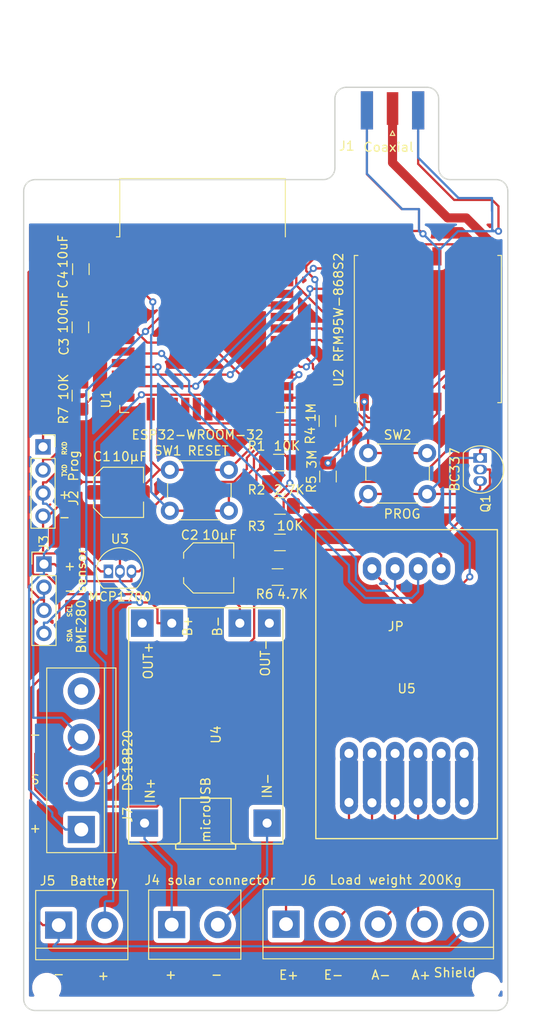
<source format=kicad_pcb>
(kicad_pcb (version 20171130) (host pcbnew "(5.1.4)-1")
  (layers (0 F.Cu signal) (31 B.Cu signal) (34 B.Paste user) (35 F.Paste user) (36 B.SilkS user) (37 F.SilkS user) (38 B.Mask user) (39 F.Mask user) (44 Edge.Cuts user))
  (net 0 "")
  (net 1 0)
  (net 2 VCC)
  (net 3 "Net-(J1-Pad1)")
  (net 4 /RXD)
  (net 5 /TXD)
  (net 6 /deepsleep)
  (net 7 /SCL)
  (net 8 /SDA)
  (net 9 /Vin-)
  (net 10 /VBAT+)
  (net 11 /DT)
  (net 12 /SLK)
  (net 13 "Net-(Q1-Pad2)")
  (net 14 "Net-(R2-Pad1)")
  (net 15 /CheckVbat+)
  (net 16 "Net-(U1-Pad12)")
  (net 17 "Net-(U1-Pad13)")
  (net 18 "Net-(U1-Pad16)")
  (net 19 "Net-(U1-Pad28)")
  (net 20 "Net-(U1-Pad29)")
  (net 21 "Net-(U1-Pad30)")
  (net 22 "Net-(U1-Pad31)")
  (net 23 "Net-(U1-Pad37)")
  (net 24 /DS18)
  (net 25 "Net-(J6-Pad4)")
  (net 26 "Net-(J6-Pad3)")
  (net 27 "Net-(J6-Pad2)")
  (net 28 "Net-(J6-Pad1)")
  (net 29 "Net-(R1-Pad2)")
  (net 30 /Prog)
  (net 31 "Net-(R7-Pad1)")
  (net 32 /Vin+)
  (module "hx711:HX711 module" (layer F.Cu) (at 105.6894 108.8644)
    (fp_text reference U5 (at 0 0.5) (layer F.SilkS))
    (fp_text value HX711)
    (fp_text user JP (at -1.18872 -6.33984) (layer F.SilkS))
    (pad 6 thru_hole oval (at -3.81 7.62) (size 2 2.54) (drill 1) (layers *.Cu *.Mask) (net 27 "Net-(J6-Pad2)"))
    (pad 6 thru_hole custom (at -3.81 13.054) (size 2 2) (drill oval 1) (layers *.Cu *.Mask) (net 27 "Net-(J6-Pad2)") (options (clearance outline) (anchor circle)) (primitives (gr_poly (pts (xy -1.016 0) (xy -1.016 -4.6101) (xy 1.016 -4.6101) (xy 1.016 0)) (width 0)) (gr_arc (start 0 0.3175) (end -0.6858 0.3175) (angle -180) (width 0.635))))
    (pad 5 thru_hole custom (at -6.35 13.0175) (size 2 2) (drill oval 1) (layers *.Cu *.Mask) (net 28 "Net-(J6-Pad1)") (options (clearance outline) (anchor circle)) (primitives (gr_poly (pts (xy -1 0) (xy -1 -4.6101) (xy 1 -4.6101) (xy 1 0)) (width 0)) (gr_arc (start 0 0.3175) (end -0.6858 0.3175) (angle -180) (width 0.635))))
    (pad 5 thru_hole oval (at -6.35 7.62) (size 2 2.54) (drill 1) (layers *.Cu *.Mask) (net 28 "Net-(J6-Pad1)"))
    (pad 1 thru_hole oval (at 3.81 -12.7) (size 2.032 2.54) (drill 1) (layers *.Cu *.Mask) (net 2 VCC))
    (pad 2 thru_hole oval (at 1.27 -12.7) (size 2.032 2.54) (drill 1) (layers *.Cu *.Mask) (net 12 /SLK))
    (pad 3 thru_hole oval (at -1.27 -12.7) (size 2.032 2.54) (drill 1) (layers *.Cu *.Mask) (net 11 /DT))
    (pad 4 thru_hole oval (at -3.81 -12.7) (size 2.032 2.54) (drill 1) (layers *.Cu *.Mask) (net 6 /deepsleep))
    (pad 8 thru_hole custom (at 1.27 13.054) (size 2 2) (drill 1) (layers *.Cu *.Mask) (net 25 "Net-(J6-Pad4)") (options (clearance outline) (anchor circle)) (primitives (gr_poly (pts (xy -1.016 0) (xy -1.016 -4.6101) (xy 1.016 -4.6101) (xy 1.016 0)) (width 0)) (gr_arc (start 0 0.3175) (end -0.6858 0.3175) (angle -180) (width 0.635))))
    (pad 9 thru_hole custom (at 3.81 13.054) (size 2 2) (drill 1) (layers *.Cu *.Mask) (options (clearance outline) (anchor circle)) (primitives (gr_poly (pts (xy -1.016 0) (xy -1.016 -4.6101) (xy 1.016 -4.6101) (xy 1.016 0)) (width 0)) (gr_arc (start 0 0.3175) (end -0.6858 0.3175) (angle -180) (width 0.635))))
    (pad 10 thru_hole custom (at 6.35 13.054) (size 2 2) (drill 1) (layers *.Cu *.Mask) (options (clearance outline) (anchor circle)) (primitives (gr_poly (pts (xy -1.016 0) (xy -1.016 -4.6101) (xy 1.016 -4.6101) (xy 1.016 0)) (width 0)) (gr_arc (start 0 0.3175) (end -0.6858 0.3175) (angle -180) (width 0.635))))
    (pad 7 thru_hole oval (at -1.27 7.62) (size 2 2.54) (drill 1) (layers *.Cu *.Mask))
    (pad 8 thru_hole oval (at 1.27 7.62) (size 2.032 2.54) (drill 1) (layers *.Cu *.Mask) (net 25 "Net-(J6-Pad4)"))
    (pad 9 thru_hole oval (at 3.81 7.62) (size 2.032 2.54) (drill 1) (layers *.Cu *.Mask))
    (pad 10 thru_hole oval (at 6.35 7.62) (size 2.032 2.54) (drill 1) (layers *.Cu *.Mask))
    (pad 7 thru_hole custom (at -1.27 13.054) (size 2 2) (drill oval 1) (layers *.Cu *.Mask) (options (clearance outline) (anchor circle)) (primitives (gr_poly (pts (xy -1.016 0) (xy -1.016 -4.6101) (xy 1.016 -4.6101) (xy 1.016 0)) (width 0)) (gr_arc (start 0 0.3175) (end -0.6858 0.3175) (angle -180) (width 0.635))))
  )
  (module TP4056:4056E_LiIon_loader_SMT (layer F.Cu) (at 83.566 113.157 90)
    (fp_text reference U4 (at -1.266 1.13 90) (layer F.SilkS))
    (fp_text value TP4056)
    (fp_text user microUSB (at -9.538 -0.014 270) (layer F.SilkS))
    (fp_text user B- (at 10.674 1.29 90) (layer F.SilkS))
    (fp_text user B+ (at 10.674 -2.012 90) (layer F.SilkS))
    (fp_text user OUT- (at 7.19 6.556 90) (layer F.SilkS))
    (fp_text user OUT+ (at 6.87 -6.348 90) (layer F.SilkS))
    (fp_text user IN- (at -6.9 6.76 90) (layer F.SilkS))
    (fp_text user IN+ (at -7.43 -6.13 90) (layer F.SilkS))
    (pad 1 thru_hole rect (at -11 -6.75 90) (size 3 3) (drill 1) (layers *.Cu *.Mask) (net 32 /Vin+))
    (pad 2 thru_hole rect (at -11 6.75 90) (size 3 3) (drill 1) (layers *.Cu *.Mask) (net 9 /Vin-))
    (pad 6 thru_hole rect (at 11 7 90) (size 3 2.5) (drill 1) (layers *.Cu *.Mask))
    (pad 5 thru_hole rect (at 11 -7 90) (size 3 2.5) (drill 1) (layers *.Cu *.Mask))
    (pad 3 thru_hole rect (at 11 -3.75 90) (size 3 2.5) (drill 1) (layers *.Cu *.Mask) (net 10 /VBAT+))
    (pad 4 thru_hole rect (at 11 3.75 90) (size 3 2.5) (drill 1) (layers *.Cu *.Mask) (net 1 0))
  )
  (module TerminalBlock:TerminalBlock_bornier-5_P5.08mm (layer F.Cu) (at 92.4052 135.2804)
    (fp_text reference J6 (at 2.4892 -4.826) (layer F.SilkS))
    (fp_text value "Load weight 200Kg" (at 12.0904 -4.8768) (layer F.SilkS))
    (pad 2 thru_hole circle (at 5.08 0) (size 3 3) (drill 1.52) (layers *.Cu *.Mask) (net 27 "Net-(J6-Pad2)"))
    (pad 3 thru_hole circle (at 10.16 0) (size 3 3) (drill 1.52) (layers *.Cu *.Mask) (net 26 "Net-(J6-Pad3)"))
    (pad 1 thru_hole rect (at 0 0) (size 3 3) (drill 1.52) (layers *.Cu *.Mask) (net 28 "Net-(J6-Pad1)"))
    (pad 4 thru_hole circle (at 15.24 0) (size 3 3) (drill 1.52) (layers *.Cu *.Mask) (net 25 "Net-(J6-Pad4)"))
    (pad 5 thru_hole circle (at 20.32 0) (size 3 3) (drill 1.52) (layers *.Cu *.Mask) (net 1 0))
  )
  (module Capacitor_SMD:C_Elec_5x5.4 (layer F.Cu) (at 73.947 87.757)
    (fp_text reference C1 (at -1.811 -3.937) (layer F.SilkS))
    (fp_text value 10µF (at 1.237 -3.937) (layer F.SilkS))
    (pad 2 smd roundrect (at 2.0625 0) (size 2.775 1.6) (layers F.Cu F.Paste F.Mask) (roundrect_rratio 0.15625) (net 1 0))
    (pad 1 smd roundrect (at -2.0625 0) (size 2.775 1.6) (layers F.Cu F.Paste F.Mask) (roundrect_rratio 0.15625) (net 10 /VBAT+))
  )
  (module Capacitor_SMD:C_Elec_5x5.4 (layer F.Cu) (at 83.8835 96.0755)
    (fp_text reference C2 (at -2.0955 -3.6195) (layer F.SilkS))
    (fp_text value 10µF (at 1.2065 -3.6195) (layer F.SilkS))
    (pad 1 smd roundrect (at -2.0625 0) (size 2.775 1.6) (layers F.Cu F.Paste F.Mask) (roundrect_rratio 0.15625) (net 2 VCC))
    (pad 2 smd roundrect (at 2.0625 0) (size 2.775 1.6) (layers F.Cu F.Paste F.Mask) (roundrect_rratio 0.15625) (net 1 0))
  )
  (module Capacitor_SMD:C_1206_3216Metric_Pad1.42x1.75mm_HandSolder (layer F.Cu) (at 69.7484 69.596 90)
    (fp_text reference C3 (at -2.1336 -1.8034 90) (layer F.SilkS))
    (fp_text value 100nF (at 1.651 -1.905 90) (layer F.SilkS))
    (pad 1 smd roundrect (at -1.4875 0 90) (size 1.425 1.75) (layers F.Cu F.Paste F.Mask) (roundrect_rratio 0.175439) (net 1 0))
    (pad 2 smd roundrect (at 1.4875 0 90) (size 1.425 1.75) (layers F.Cu F.Paste F.Mask) (roundrect_rratio 0.175439) (net 2 VCC))
  )
  (module Capacitor_SMD:C_1206_3216Metric_Pad1.42x1.75mm_HandSolder (layer F.Cu) (at 69.7992 63.1952 270)
    (fp_text reference C4 (at 1.143 1.9558 90) (layer F.SilkS))
    (fp_text value 10uF (at -1.9558 1.9812 90) (layer F.SilkS))
    (pad 2 smd roundrect (at 1.4875 0 270) (size 1.425 1.75) (layers F.Cu F.Paste F.Mask) (roundrect_rratio 0.175439) (net 2 VCC))
    (pad 1 smd roundrect (at -1.4875 0 270) (size 1.425 1.75) (layers F.Cu F.Paste F.Mask) (roundrect_rratio 0.175439) (net 1 0))
  )
  (module MountingHole:MountingHole_2.2mm_M2 (layer F.Cu) (at 100.22 55.76)
    (fp_text reference H1)
    (fp_text value MountingHole)
    (pad 1 np_thru_hole circle (at 0 0) (size 2.2 2.2) (drill 2.2) (layers *.Cu *.Mask))
  )
  (module MountingHole:MountingHole_2.2mm_M2 (layer F.Cu) (at 114.4778 142.1638)
    (fp_text reference H2)
    (fp_text value MountingHole)
    (pad 1 np_thru_hole circle (at 0 0) (size 2.2 2.2) (drill 2.2) (layers *.Cu *.Mask))
  )
  (module MountingHole:MountingHole_2.2mm_M2 (layer F.Cu) (at 66.04 142.24)
    (fp_text reference H3)
    (fp_text value MountingHole)
    (pad 1 np_thru_hole circle (at 0 0) (size 2.2 2.2) (drill 2.2) (layers *.Cu *.Mask))
  )
  (module Connector_Coaxial:SMA_Samtec_SMA-J-P-H-ST-EM1_EdgeMount (layer F.Cu) (at 104.14 45.72 90)
    (fp_text reference J1 (at -3.93 -5.04) (layer F.SilkS))
    (fp_text value Coaxial (at -4.05 -0.43 180) (layer F.SilkS))
    (pad 2 smd rect (at 0 2.825 180) (size 1.35 4.2) (layers B.Cu B.Paste B.Mask) (net 1 0))
    (pad 2 smd rect (at 0 -2.825 180) (size 1.35 4.2) (layers B.Cu B.Paste B.Mask) (net 1 0))
    (pad 2 smd rect (at 0 2.825 180) (size 1.35 4.2) (layers F.Cu F.Paste F.Mask) (net 1 0))
    (pad 2 smd rect (at 0 -2.825 180) (size 1.35 4.2) (layers F.Cu F.Paste F.Mask) (net 1 0))
    (pad 1 smd rect (at 0.2 0 180) (size 1.27 3.6) (layers F.Cu F.Paste F.Mask) (net 3 "Net-(J1-Pad1)"))
  )
  (module Connector_PinSocket_2.54mm:PinSocket_1x04_P2.54mm_Vertical (layer F.Cu) (at 65.6336 82.7532)
    (fp_text reference J2 (at 3.3664 5.6388 90) (layer F.SilkS))
    (fp_text value Prog (at 3.3664 2.0828 90) (layer F.SilkS))
    (pad 1 thru_hole rect (at 0 0) (size 1.7 1.7) (drill 1) (layers *.Cu *.Mask) (net 4 /RXD))
    (pad 2 thru_hole oval (at 0 2.54) (size 1.7 1.7) (drill 1) (layers *.Cu *.Mask) (net 5 /TXD))
    (pad 3 thru_hole oval (at 0 5.08) (size 1.7 1.7) (drill 1) (layers *.Cu *.Mask) (net 2 VCC))
    (pad 4 thru_hole oval (at 0 7.62) (size 1.7 1.7) (drill 1) (layers *.Cu *.Mask) (net 1 0))
  )
  (module Connector_PinHeader_2.54mm:PinHeader_1x04_P2.54mm_Vertical (layer F.Cu) (at 65.7352 95.6564)
    (fp_text reference J3 (at 0 -2.33 90) (layer F.SilkS))
    (fp_text value "BME280 sensor" (at 4.1148 4.0386 90) (layer F.SilkS))
    (pad 1 thru_hole rect (at 0 0) (size 1.7 1.7) (drill 1) (layers *.Cu *.Mask) (net 2 VCC))
    (pad 2 thru_hole oval (at 0 2.54) (size 1.7 1.7) (drill 1) (layers *.Cu *.Mask) (net 6 /deepsleep))
    (pad 3 thru_hole oval (at 0 5.08) (size 1.7 1.7) (drill 1) (layers *.Cu *.Mask) (net 7 /SCL))
    (pad 4 thru_hole oval (at 0 7.62) (size 1.7 1.7) (drill 1) (layers *.Cu *.Mask) (net 8 /SDA))
  )
  (module TerminalBlock:TerminalBlock_bornier-2_P5.08mm (layer F.Cu) (at 79.8068 135.3312)
    (fp_text reference J4 (at -2.1463 -4.89) (layer F.SilkS))
    (fp_text value "solar connector" (at 5.4737 -4.89) (layer F.SilkS))
    (pad 2 thru_hole circle (at 5.08 0) (size 3 3) (drill 1.52) (layers *.Cu *.Mask) (net 9 /Vin-))
    (pad 1 thru_hole rect (at 0 0) (size 3 3) (drill 1.52) (layers *.Cu *.Mask) (net 32 /Vin+))
  )
  (module TerminalBlock:TerminalBlock_bornier-2_P5.08mm (layer F.Cu) (at 67.3608 135.382)
    (fp_text reference J5 (at -1.2192 -4.8768) (layer F.SilkS))
    (fp_text value Battery (at 3.8608 -4.8768) (layer F.SilkS))
    (pad 1 thru_hole rect (at 0 0) (size 3 3) (drill 1.52) (layers *.Cu *.Mask) (net 1 0))
    (pad 2 thru_hole circle (at 5.08 0) (size 3 3) (drill 1.52) (layers *.Cu *.Mask) (net 10 /VBAT+))
  )
  (module TerminalBlock:TerminalBlock_bornier-4_P5.08mm (layer F.Cu) (at 69.85 124.8664 90)
    (fp_text reference J7 (at 1.626 5.1054 90) (layer F.SilkS))
    (fp_text value DS18B20 (at 7.6 5.1054 90) (layer F.SilkS))
    (pad 2 thru_hole circle (at 5.08 0 90) (size 3 3) (drill 1.52) (layers *.Cu *.Mask) (net 24 /DS18))
    (pad 3 thru_hole circle (at 10.16 0 90) (size 3 3) (drill 1.52) (layers *.Cu *.Mask) (net 6 /deepsleep))
    (pad 1 thru_hole rect (at 0 0 90) (size 3 3) (drill 1.52) (layers *.Cu *.Mask) (net 2 VCC))
    (pad 4 thru_hole circle (at 15.24 0 90) (size 3 3) (drill 1.52) (layers *.Cu *.Mask))
  )
  (module Package_TO_SOT_THT:TO-92_Inline (layer F.Cu) (at 113.792 83.9724 270)
    (fp_text reference Q1 (at 5.0176 -0.598 90) (layer F.SilkS))
    (fp_text value BC337 (at 1.27 2.79 90) (layer F.SilkS))
    (pad 2 thru_hole oval (at 1.27 0 270) (size 1.05 1.5) (drill 0.75) (layers *.Cu *.Mask) (net 13 "Net-(Q1-Pad2)"))
    (pad 3 thru_hole oval (at 2.54 0 270) (size 1.05 1.5) (drill 0.75) (layers *.Cu *.Mask) (net 1 0))
    (pad 1 thru_hole rect (at 0 0 270) (size 1.05 1.5) (drill 0.75) (layers *.Cu *.Mask) (net 6 /deepsleep))
  )
  (module Resistor_SMD:R_1206_3216Metric_Pad1.42x1.75mm_HandSolder (layer F.Cu) (at 91.6289 84.4804)
    (fp_text reference R1 (at -2.4749 -1.82) (layer F.SilkS))
    (fp_text value 10K (at 0.8779 -1.8288) (layer F.SilkS))
    (pad 2 smd roundrect (at 1.4875 0) (size 1.425 1.75) (layers F.Cu F.Paste F.Mask) (roundrect_rratio 0.175439) (net 29 "Net-(R1-Pad2)"))
    (pad 1 smd roundrect (at -1.4875 0) (size 1.425 1.75) (layers F.Cu F.Paste F.Mask) (roundrect_rratio 0.175439) (net 2 VCC))
  )
  (module Resistor_SMD:R_1206_3216Metric_Pad1.42x1.75mm_HandSolder (layer F.Cu) (at 91.7305 89.2556)
    (fp_text reference R2 (at -2.5765 -1.778) (layer F.SilkS))
    (fp_text value 2,7K (at 1.0303 -1.778) (layer F.SilkS))
    (pad 1 smd roundrect (at -1.4875 0) (size 1.425 1.75) (layers F.Cu F.Paste F.Mask) (roundrect_rratio 0.175439) (net 14 "Net-(R2-Pad1)"))
    (pad 2 smd roundrect (at 1.4875 0) (size 1.425 1.75) (layers F.Cu F.Paste F.Mask) (roundrect_rratio 0.175439) (net 13 "Net-(Q1-Pad2)"))
  )
  (module Resistor_SMD:R_1206_3216Metric_Pad1.42x1.75mm_HandSolder (layer F.Cu) (at 91.7305 93.2688)
    (fp_text reference R3 (at -2.5765 -1.778) (layer F.SilkS))
    (fp_text value 10K (at 1.1319 -1.8288) (layer F.SilkS))
    (pad 1 smd roundrect (at -1.4875 0) (size 1.425 1.75) (layers F.Cu F.Paste F.Mask) (roundrect_rratio 0.175439) (net 14 "Net-(R2-Pad1)"))
    (pad 2 smd roundrect (at 1.4875 0) (size 1.425 1.75) (layers F.Cu F.Paste F.Mask) (roundrect_rratio 0.175439) (net 1 0))
  )
  (module Resistor_SMD:R_1206_3216Metric_Pad1.42x1.75mm_HandSolder (layer F.Cu) (at 96.9645 79.91 90)
    (fp_text reference R4 (at -1.5986 -1.8923 90) (layer F.SilkS))
    (fp_text value 1M (at 0.9414 -1.8161 90) (layer F.SilkS))
    (pad 2 smd roundrect (at 1.4875 0 90) (size 1.425 1.75) (layers F.Cu F.Paste F.Mask) (roundrect_rratio 0.175439) (net 15 /CheckVbat+))
    (pad 1 smd roundrect (at -1.4875 0 90) (size 1.425 1.75) (layers F.Cu F.Paste F.Mask) (roundrect_rratio 0.175439) (net 10 /VBAT+))
  )
  (module Resistor_SMD:R_1206_3216Metric_Pad1.42x1.75mm_HandSolder (layer F.Cu) (at 97.028 86.0155 90)
    (fp_text reference R5 (at -0.8525 -1.8288 90) (layer F.SilkS))
    (fp_text value 3M (at 1.9161 -1.778 90) (layer F.SilkS))
    (pad 1 smd roundrect (at -1.4875 0 90) (size 1.425 1.75) (layers F.Cu F.Paste F.Mask) (roundrect_rratio 0.175439) (net 15 /CheckVbat+))
    (pad 2 smd roundrect (at 1.4875 0 90) (size 1.425 1.75) (layers F.Cu F.Paste F.Mask) (roundrect_rratio 0.175439) (net 6 /deepsleep))
  )
  (module Resistor_SMD:R_1206_3216Metric_Pad1.42x1.75mm_HandSolder (layer F.Cu) (at 91.4765 97.0788 180)
    (fp_text reference R6 (at 1.4335 -1.8796) (layer F.SilkS))
    (fp_text value 4.7K (at -1.6399 -1.8796) (layer F.SilkS))
    (pad 2 smd roundrect (at 1.4875 0 180) (size 1.425 1.75) (layers F.Cu F.Paste F.Mask) (roundrect_rratio 0.175439) (net 24 /DS18))
    (pad 1 smd roundrect (at -1.4875 0 180) (size 1.425 1.75) (layers F.Cu F.Paste F.Mask) (roundrect_rratio 0.175439) (net 2 VCC))
  )
  (module Button_Switch_THT:SW_PUSH_6mm_H5mm (layer F.Cu) (at 79.606 85.2805)
    (fp_text reference SW1 (at -0.231 -2.0955) (layer F.SilkS))
    (fp_text value RESET (at 4.214 -2.0955) (layer F.SilkS))
    (pad 1 thru_hole circle (at 6.5 0 90) (size 2 2) (drill 1.1) (layers *.Cu *.Mask) (net 1 0))
    (pad 2 thru_hole circle (at 6.5 4.5 90) (size 2 2) (drill 1.1) (layers *.Cu *.Mask) (net 29 "Net-(R1-Pad2)"))
    (pad 1 thru_hole circle (at 0 0 90) (size 2 2) (drill 1.1) (layers *.Cu *.Mask) (net 1 0))
    (pad 2 thru_hole circle (at 0 4.5 90) (size 2 2) (drill 1.1) (layers *.Cu *.Mask) (net 29 "Net-(R1-Pad2)"))
  )
  (module Button_Switch_THT:SW_PUSH_6mm_H5mm (layer F.Cu) (at 101.45 83.4348)
    (fp_text reference SW2 (at 3.25 -2) (layer F.SilkS))
    (fp_text value PROG (at 3.75 6.7) (layer F.SilkS))
    (pad 2 thru_hole circle (at 0 4.5 90) (size 2 2) (drill 1.1) (layers *.Cu *.Mask) (net 1 0))
    (pad 1 thru_hole circle (at 0 0 90) (size 2 2) (drill 1.1) (layers *.Cu *.Mask) (net 30 /Prog))
    (pad 2 thru_hole circle (at 6.5 4.5 90) (size 2 2) (drill 1.1) (layers *.Cu *.Mask) (net 1 0))
    (pad 1 thru_hole circle (at 6.5 0 90) (size 2 2) (drill 1.1) (layers *.Cu *.Mask) (net 30 /Prog))
  )
  (module esp32-wroom:ESP32-WROOM-32 (layer F.Cu) (at 83.2104 69.088)
    (fp_text reference U1 (at -10.61 8.43 90) (layer F.SilkS))
    (fp_text value ESP32-WROOM-32 (at -0.5504 12.342) (layer F.SilkS))
    (pad 38 smd rect (at 8.75 -8.255) (size 2.5 0.9) (layers F.Cu F.Paste F.Mask) (net 1 0))
    (pad 37 smd rect (at 8.75 -6.985) (size 2.5 0.9) (layers F.Cu F.Paste F.Mask) (net 23 "Net-(U1-Pad37)"))
    (pad 36 smd rect (at 8.75 -5.715) (size 2.5 0.9) (layers F.Cu F.Paste F.Mask) (net 7 /SCL))
    (pad 35 smd rect (at 8.75 -4.445) (size 2.5 0.9) (layers F.Cu F.Paste F.Mask) (net 4 /RXD))
    (pad 34 smd rect (at 8.75 -3.175) (size 2.5 0.9) (layers F.Cu F.Paste F.Mask) (net 5 /TXD))
    (pad 33 smd rect (at 8.75 -1.905) (size 2.5 0.9) (layers F.Cu F.Paste F.Mask) (net 8 /SDA))
    (pad 32 smd rect (at 8.75 -0.635) (size 2.5 0.9) (layers F.Cu F.Paste F.Mask))
    (pad 31 smd rect (at 8.75 0.635) (size 2.5 0.9) (layers F.Cu F.Paste F.Mask) (net 22 "Net-(U1-Pad31)"))
    (pad 30 smd rect (at 8.75 1.905) (size 2.5 0.9) (layers F.Cu F.Paste F.Mask) (net 21 "Net-(U1-Pad30)"))
    (pad 29 smd rect (at 8.75 3.175) (size 2.5 0.9) (layers F.Cu F.Paste F.Mask) (net 20 "Net-(U1-Pad29)"))
    (pad 28 smd rect (at 8.75 4.445) (size 2.5 0.9) (layers F.Cu F.Paste F.Mask) (net 19 "Net-(U1-Pad28)"))
    (pad 27 smd rect (at 8.75 5.715) (size 2.5 0.9) (layers F.Cu F.Paste F.Mask) (net 14 "Net-(R2-Pad1)"))
    (pad 26 smd rect (at 8.75 6.985) (size 2.5 0.9) (layers F.Cu F.Paste F.Mask))
    (pad 25 smd rect (at 8.75 8.255) (size 2.5 0.9) (layers F.Cu F.Paste F.Mask) (net 30 /Prog))
    (pad 24 smd rect (at 5.715 9.505 90) (size 2.5 0.9) (layers F.Cu F.Paste F.Mask))
    (pad 23 smd rect (at 4.445 9.505 90) (size 2.5 0.9) (layers F.Cu F.Paste F.Mask) (net 24 /DS18))
    (pad 22 smd rect (at 3.175 9.505 90) (size 2.5 0.9) (layers F.Cu F.Paste F.Mask))
    (pad 21 smd rect (at 1.905 9.505 90) (size 2.5 0.9) (layers F.Cu F.Paste F.Mask))
    (pad 20 smd rect (at 0.635 9.505 90) (size 2.5 0.9) (layers F.Cu F.Paste F.Mask))
    (pad 19 smd rect (at -0.635 9.505 90) (size 2.5 0.9) (layers F.Cu F.Paste F.Mask))
    (pad 18 smd rect (at -1.905 9.505 90) (size 2.5 0.9) (layers F.Cu F.Paste F.Mask))
    (pad 17 smd rect (at -3.175 9.505 90) (size 2.5 0.9) (layers F.Cu F.Paste F.Mask))
    (pad 16 smd rect (at -4.445 9.505 90) (size 2.5 0.9) (layers F.Cu F.Paste F.Mask) (net 18 "Net-(U1-Pad16)"))
    (pad 15 smd rect (at -5.715 9.505 90) (size 2.5 0.9) (layers F.Cu F.Paste F.Mask) (net 1 0))
    (pad 14 smd rect (at -8.75 8.255) (size 2.5 0.9) (layers F.Cu F.Paste F.Mask) (net 31 "Net-(R7-Pad1)"))
    (pad 13 smd rect (at -8.75 6.985) (size 2.5 0.9) (layers F.Cu F.Paste F.Mask) (net 17 "Net-(U1-Pad13)"))
    (pad 12 smd rect (at -8.75 5.715) (size 2.5 0.9) (layers F.Cu F.Paste F.Mask) (net 16 "Net-(U1-Pad12)"))
    (pad 11 smd rect (at -8.75 4.445) (size 2.5 0.9) (layers F.Cu F.Paste F.Mask) (net 12 /SLK))
    (pad 10 smd rect (at -8.75 3.175) (size 2.5 0.9) (layers F.Cu F.Paste F.Mask) (net 11 /DT))
    (pad 9 smd rect (at -8.75 1.905) (size 2.5 0.9) (layers F.Cu F.Paste F.Mask))
    (pad 8 smd rect (at -8.75 0.635) (size 2.5 0.9) (layers F.Cu F.Paste F.Mask) (net 15 /CheckVbat+))
    (pad 7 smd rect (at -8.75 -0.635) (size 2.5 0.9) (layers F.Cu F.Paste F.Mask))
    (pad 6 smd rect (at -8.75 -1.905) (size 2.5 0.9) (layers F.Cu F.Paste F.Mask))
    (pad 5 smd rect (at -8.75 -3.175) (size 2.5 0.9) (layers F.Cu F.Paste F.Mask))
    (pad 4 smd rect (at -8.75 -4.445) (size 2.5 0.9) (layers F.Cu F.Paste F.Mask))
    (pad 3 smd rect (at -8.75 -5.715) (size 2.5 0.9) (layers F.Cu F.Paste F.Mask) (net 29 "Net-(R1-Pad2)"))
    (pad 2 smd rect (at -8.75 -6.985) (size 2.5 0.9) (layers F.Cu F.Paste F.Mask) (net 2 VCC))
    (pad 1 smd rect (at -8.75 -8.255) (size 2.5 0.9) (layers F.Cu F.Paste F.Mask) (net 1 0))
    (pad 39 smd rect (at -1 -0.755) (size 5 5) (layers F.Cu F.Paste F.Mask))
  )
  (module RF_Module:HOPERF_RFM9XW_SMD (layer F.Cu) (at 108.03 69.7875 90)
    (fp_text reference U2 (at -5.3711 -9.8336 90) (layer F.SilkS))
    (fp_text value RFM95W-868S2 (at 2.3759 -9.8336 90) (layer F.SilkS))
    (pad 1 smd rect (at -8 -7 90) (size 2 1) (layers F.Cu F.Paste F.Mask) (net 6 /deepsleep))
    (pad 2 smd rect (at -8 -5 90) (size 2 1) (layers F.Cu F.Paste F.Mask) (net 22 "Net-(U1-Pad31)"))
    (pad 3 smd rect (at -8 -3 90) (size 2 1) (layers F.Cu F.Paste F.Mask) (net 23 "Net-(U1-Pad37)"))
    (pad 4 smd rect (at -8 -1 90) (size 2 1) (layers F.Cu F.Paste F.Mask) (net 21 "Net-(U1-Pad30)"))
    (pad 5 smd rect (at -8 1 90) (size 2 1) (layers F.Cu F.Paste F.Mask) (net 20 "Net-(U1-Pad29)"))
    (pad 6 smd rect (at -8 3 90) (size 2 1) (layers F.Cu F.Paste F.Mask) (net 18 "Net-(U1-Pad16)"))
    (pad 7 smd rect (at -8 5 90) (size 2 1) (layers F.Cu F.Paste F.Mask))
    (pad 8 smd rect (at -8 7 90) (size 2 1) (layers F.Cu F.Paste F.Mask) (net 6 /deepsleep))
    (pad 9 smd rect (at 8 7 90) (size 2 1) (layers F.Cu F.Paste F.Mask) (net 3 "Net-(J1-Pad1)"))
    (pad 10 smd rect (at 8 5 90) (size 2 1) (layers F.Cu F.Paste F.Mask) (net 6 /deepsleep))
    (pad 11 smd rect (at 8 3 90) (size 2 1) (layers F.Cu F.Paste F.Mask))
    (pad 12 smd rect (at 8 1 90) (size 2 1) (layers F.Cu F.Paste F.Mask))
    (pad 13 smd rect (at 8 -1 90) (size 2 1) (layers F.Cu F.Paste F.Mask) (net 2 VCC))
    (pad 14 smd rect (at 8 -3 90) (size 2 1) (layers F.Cu F.Paste F.Mask) (net 16 "Net-(U1-Pad12)"))
    (pad 15 smd rect (at 8 -5 90) (size 2 1) (layers F.Cu F.Paste F.Mask) (net 17 "Net-(U1-Pad13)"))
    (pad 16 smd rect (at 8 -7 90) (size 2 1) (layers F.Cu F.Paste F.Mask) (net 19 "Net-(U1-Pad28)"))
  )
  (module Package_TO_SOT_THT:TO-92_Inline (layer F.Cu) (at 72.8345 96.4565)
    (fp_text reference U3 (at 1.27 -3.56) (layer F.SilkS))
    (fp_text value MCP1700 (at 1.27 2.79) (layer F.SilkS))
    (pad 1 thru_hole rect (at 0 0) (size 1.05 1.5) (drill 0.75) (layers *.Cu *.Mask) (net 1 0))
    (pad 3 thru_hole oval (at 2.54 0) (size 1.05 1.5) (drill 0.75) (layers *.Cu *.Mask) (net 2 VCC))
    (pad 2 thru_hole oval (at 1.27 0) (size 1.05 1.5) (drill 0.75) (layers *.Cu *.Mask) (net 10 /VBAT+))
  )
  (module Resistor_SMD:R_1206_3216Metric_Pad1.42x1.75mm_HandSolder (layer F.Cu) (at 69.7484 77.1144 90)
    (fp_text reference R7 (at -2.1756 -1.8684 90) (layer F.SilkS))
    (fp_text value 10K (at 0.9652 -1.8542 90) (layer F.SilkS))
    (pad 1 smd roundrect (at -1.4875 0 90) (size 1.425 1.75) (layers F.Cu F.Paste F.Mask) (roundrect_rratio 0.175439) (net 31 "Net-(R7-Pad1)"))
    (pad 2 smd roundrect (at 1.4875 0 90) (size 1.425 1.75) (layers F.Cu F.Paste F.Mask) (roundrect_rratio 0.175439) (net 1 0))
  )
  (gr_line (start 64.77 53.34) (end 96.52 53.34) (layer Edge.Cuts) (width 0.15))
  (gr_arc (start 96.52 52.07) (end 96.52 53.34) (angle -90) (layer Edge.Cuts) (width 0.15))
  (gr_line (start 97.79 44.45) (end 97.79 52.07) (layer Edge.Cuts) (width 0.15))
  (gr_arc (start 99.06 44.45) (end 99.06 43.18) (angle -90) (layer Edge.Cuts) (width 0.15))
  (gr_line (start 107.95 43.18) (end 99.06 43.18) (layer Edge.Cuts) (width 0.15))
  (gr_arc (start 107.95 44.45) (end 109.22 44.45) (angle -90) (layer Edge.Cuts) (width 0.15))
  (gr_line (start 109.22 52.07) (end 109.22 44.45) (layer Edge.Cuts) (width 0.15))
  (gr_arc (start 110.49 52.07) (end 109.22 52.07) (angle -90) (layer Edge.Cuts) (width 0.15))
  (gr_line (start 115.57 53.34) (end 110.49 53.34) (layer Edge.Cuts) (width 0.15))
  (gr_line (start 64.77 144.78) (end 115.57 144.78) (layer Edge.Cuts) (width 0.15))
  (gr_text RXD (at 68 82.9056 90) (layer F.SilkS) (effects (font (size 0.5 0.5) (thickness 0.125))))
  (gr_text TXD (at 68 85.344 90) (layer F.SilkS) (effects (font (size 0.5 0.5) (thickness 0.125))))
  (gr_text + (at 68 87.9856) (layer F.SilkS) (effects (font (size 1 1))))
  (gr_text - (at 68 90.4748) (layer F.SilkS) (effects (font (size 1 1))))
  (gr_text + (at 68.58 95.8596) (layer F.SilkS) (effects (font (size 1 1))))
  (gr_text - (at 68.58 98.552) (layer F.SilkS) (effects (font (size 1 1))))
  (gr_text SCL (at 68.58 100.7872 90) (layer F.SilkS) (effects (font (size 0.5 0.5) (thickness 0.125))))
  (gr_text SDA (at 68.58 103.505 90) (layer F.SilkS) (effects (font (size 0.5 0.5) (thickness 0.125))))
  (gr_text S (at 64.77 119.38) (layer F.SilkS) (effects (font (size 1 1))))
  (gr_text - (at 64.77 114.4016) (layer F.SilkS) (effects (font (size 1 1))))
  (gr_text + (at 64.77 124.714) (layer F.SilkS) (effects (font (size 1 1))))
  (gr_text Shield (at 110.998 140.6144) (layer F.SilkS) (effects (font (size 1 1))))
  (gr_text A+ (at 107.2896 140.8684) (layer F.SilkS) (effects (font (size 1 1))))
  (gr_text A- (at 102.87 140.8684) (layer F.SilkS) (effects (font (size 1 1))))
  (gr_text E- (at 97.6376 140.8684) (layer F.SilkS) (effects (font (size 1 1))))
  (gr_text E+ (at 92.71 140.88) (layer F.SilkS) (effects (font (size 1 1))))
  (gr_text + (at 79.7052 140.8176) (layer F.SilkS) (effects (font (size 1 1))))
  (gr_text - (at 84.76 140.82) (layer F.SilkS) (effects (font (size 1 1))))
  (gr_text - (at 67.3608 140.7668) (layer F.SilkS) (effects (font (size 1 1))))
  (gr_text + (at 72.28 140.94) (layer F.SilkS) (effects (font (size 1 1))))
  (gr_line (start 116.84 143.51) (end 116.84 54.61) (layer Edge.Cuts) (width 0.15))
  (gr_line (start 63.5 54.61) (end 63.5 143.51) (layer Edge.Cuts) (width 0.15))
  (gr_arc (start 64.77 143.51) (end 63.5 143.51) (angle -90) (layer Edge.Cuts) (width 0.15))
  (gr_arc (start 115.57 143.51) (end 115.57 144.78) (angle -90) (layer Edge.Cuts) (width 0.15))
  (gr_arc (start 115.57 54.61) (end 116.84 54.61) (angle -90) (layer Edge.Cuts) (width 0.15))
  (gr_arc (start 64.77 54.61) (end 64.77 53.34) (angle -90) (layer Edge.Cuts) (width 0.15))
  (segment (start 109.2826 61.0883) (end 107.4963 59.302) (width 0.25) (layer B.Cu) (net 1))
  (segment (start 107.95 87.9348) (end 109.2826 86.6022) (width 0.25) (layer B.Cu) (net 1))
  (segment (start 109.2826 86.6022) (end 109.2826 61.0883) (width 0.25) (layer B.Cu) (net 1))
  (segment (start 107.4963 59.302) (end 107.3405 59.302) (width 0.25) (layer B.Cu) (net 1))
  (segment (start 107.3405 59.302) (end 107.055 59.0165) (width 0.25) (layer B.Cu) (net 1))
  (segment (start 107.055 58.9935) (end 107.1878 58.9935) (width 0.25) (layer F.Cu) (net 1))
  (segment (start 107.1878 58.9935) (end 107.4963 59.302) (width 0.25) (layer F.Cu) (net 1))
  (segment (start 113.792 86.5124) (end 113.792 87.3627) (width 0.25) (layer F.Cu) (net 1))
  (segment (start 107.95 87.9348) (end 113.2199 87.9348) (width 0.25) (layer F.Cu) (net 1))
  (segment (start 113.2199 87.9348) (end 113.792 87.3627) (width 0.25) (layer F.Cu) (net 1))
  (segment (start 101.45 87.9348) (end 107.95 87.9348) (width 0.25) (layer F.Cu) (net 1))
  (segment (start 91.9604 60.833) (end 93.5357 60.833) (width 0.25) (layer F.Cu) (net 1))
  (segment (start 107.055 58.9935) (end 95.3752 58.9935) (width 0.25) (layer F.Cu) (net 1))
  (segment (start 95.3752 58.9935) (end 93.5357 60.833) (width 0.25) (layer F.Cu) (net 1))
  (segment (start 69.7484 71.0835) (end 71.0413 69.7906) (width 0.25) (layer F.Cu) (net 1))
  (segment (start 71.0413 69.7906) (end 71.0413 62.9498) (width 0.25) (layer F.Cu) (net 1))
  (segment (start 71.0413 62.9498) (end 70.9048 62.8133) (width 0.25) (layer F.Cu) (net 1))
  (segment (start 70.9048 62.8133) (end 69.7992 61.7077) (width 0.25) (layer F.Cu) (net 1))
  (segment (start 70.9048 62.8133) (end 72.8851 60.833) (width 0.25) (layer F.Cu) (net 1))
  (segment (start 74.4604 60.833) (end 72.8851 60.833) (width 0.25) (layer F.Cu) (net 1))
  (segment (start 69.7484 75.6269) (end 69.7484 71.0835) (width 0.25) (layer F.Cu) (net 1))
  (segment (start 69.9761 86.6183) (end 74.8708 86.6183) (width 0.25) (layer F.Cu) (net 1))
  (segment (start 74.8708 86.6183) (end 76.0095 87.757) (width 0.25) (layer F.Cu) (net 1))
  (segment (start 65.6336 90.9608) (end 69.9761 86.6183) (width 0.25) (layer F.Cu) (net 1))
  (segment (start 69.9761 86.6183) (end 68.547 85.1892) (width 0.25) (layer F.Cu) (net 1))
  (segment (start 68.547 85.1892) (end 68.547 76.8283) (width 0.25) (layer F.Cu) (net 1))
  (segment (start 68.547 76.8283) (end 69.7484 75.6269) (width 0.25) (layer F.Cu) (net 1))
  (segment (start 65.6336 90.9608) (end 65.6336 91.5485) (width 0.25) (layer F.Cu) (net 1))
  (segment (start 65.6336 90.3732) (end 65.6336 90.9608) (width 0.25) (layer F.Cu) (net 1))
  (segment (start 94.5752 87.6177) (end 95.9497 88.9922) (width 0.25) (layer F.Cu) (net 1))
  (segment (start 95.9497 88.9922) (end 100.3926 88.9922) (width 0.25) (layer F.Cu) (net 1))
  (segment (start 100.3926 88.9922) (end 101.45 87.9348) (width 0.25) (layer F.Cu) (net 1))
  (segment (start 93.218 93.2688) (end 92.1439 92.1947) (width 0.25) (layer F.Cu) (net 1))
  (segment (start 92.1439 92.1947) (end 92.1439 88.4235) (width 0.25) (layer F.Cu) (net 1))
  (segment (start 92.1439 88.4235) (end 92.9497 87.6177) (width 0.25) (layer F.Cu) (net 1))
  (segment (start 92.9497 87.6177) (end 94.5752 87.6177) (width 0.25) (layer F.Cu) (net 1))
  (segment (start 79.606 85.2805) (end 86.106 85.2805) (width 0.25) (layer F.Cu) (net 1))
  (segment (start 67.4343 98.9617) (end 67.4343 98.2218) (width 0.25) (layer F.Cu) (net 1))
  (segment (start 67.4343 98.2218) (end 66.0443 96.8318) (width 0.25) (layer F.Cu) (net 1))
  (segment (start 66.0443 96.8318) (end 64.6667 96.8318) (width 0.25) (layer F.Cu) (net 1))
  (segment (start 64.6667 96.8318) (end 64.5104 96.6755) (width 0.25) (layer F.Cu) (net 1))
  (segment (start 64.5104 96.6755) (end 64.5104 94.6214) (width 0.25) (layer F.Cu) (net 1))
  (segment (start 64.5104 94.6214) (end 64.6508 94.481) (width 0.25) (layer F.Cu) (net 1))
  (segment (start 64.6508 94.481) (end 65.6336 94.481) (width 0.25) (layer F.Cu) (net 1))
  (segment (start 64.3093 133.2357) (end 64.3093 109.2756) (width 0.25) (layer F.Cu) (net 1))
  (segment (start 64.3093 109.2756) (end 67.4343 106.1506) (width 0.25) (layer F.Cu) (net 1))
  (segment (start 67.4343 106.1506) (end 67.4343 98.9617) (width 0.25) (layer F.Cu) (net 1))
  (segment (start 67.4343 98.9617) (end 85.946 98.9617) (width 0.25) (layer F.Cu) (net 1))
  (segment (start 85.946 98.9617) (end 85.946 96.0755) (width 0.25) (layer F.Cu) (net 1))
  (segment (start 87.316 100.3317) (end 85.946 98.9617) (width 0.25) (layer F.Cu) (net 1))
  (segment (start 87.316 102.157) (end 87.316 100.3317) (width 0.25) (layer F.Cu) (net 1))
  (segment (start 107.055 56.5912) (end 107.055 58.9935) (width 0.25) (layer F.Cu) (net 1))
  (segment (start 72.8345 96.4565) (end 71.9842 96.4565) (width 0.25) (layer F.Cu) (net 1))
  (segment (start 71.9842 96.4565) (end 70.0087 94.481) (width 0.25) (layer F.Cu) (net 1))
  (segment (start 70.0087 94.481) (end 65.6336 94.481) (width 0.25) (layer F.Cu) (net 1))
  (segment (start 65.6336 94.481) (end 65.6336 91.5485) (width 0.25) (layer F.Cu) (net 1))
  (segment (start 78.486 85.2805) (end 76.0095 87.757) (width 0.25) (layer F.Cu) (net 1))
  (segment (start 79.606 85.2805) (end 78.486 85.2805) (width 0.25) (layer F.Cu) (net 1))
  (segment (start 77.4954 78.593) (end 77.4954 84.2899) (width 0.25) (layer F.Cu) (net 1))
  (segment (start 77.4954 84.2899) (end 78.486 85.2805) (width 0.25) (layer F.Cu) (net 1))
  (segment (start 107.055 56.5912) (end 107.055 59.0165) (width 0.25) (layer B.Cu) (net 1))
  (via (at 107.4963 59.302) (size 0.8) (layers F.Cu B.Cu) (net 1))
  (segment (start 115.093 56.797) (end 115.093 55.372) (width 0.25) (layer B.Cu) (net 1))
  (segment (start 109.2826 61.0883) (end 111.3544 59.0165) (width 0.25) (layer B.Cu) (net 1))
  (segment (start 64.3093 133.2357) (end 64.6684 133.5948) (width 0.25) (layer F.Cu) (net 1))
  (segment (start 111.3544 59.0165) (end 114.7449 59.0165) (width 0.25) (layer B.Cu) (net 1))
  (via (at 115.8117 59.0165) (size 0.8) (drill 0.4) (layers F.Cu B.Cu) (net 1))
  (segment (start 115.1184 58.832) (end 115.1184 55.5752) (width 0.25) (layer B.Cu) (net 1))
  (segment (start 115.3029 59.0165) (end 115.1184 58.832) (width 0.25) (layer B.Cu) (net 1))
  (segment (start 115.3029 59.0165) (end 115.8117 59.0165) (width 0.25) (layer B.Cu) (net 1))
  (segment (start 114.7449 59.0165) (end 115.3029 59.0165) (width 0.25) (layer B.Cu) (net 1))
  (segment (start 65.6108 135.382) (end 67.3608 135.382) (width 0.25) (layer F.Cu) (net 1))
  (segment (start 64.6684 134.4396) (end 65.6108 135.382) (width 0.25) (layer F.Cu) (net 1))
  (segment (start 64.6684 133.5948) (end 64.6684 134.4396) (width 0.25) (layer F.Cu) (net 1))
  (segment (start 67.3608 137.132) (end 67.3608 135.382) (width 0.25) (layer B.Cu) (net 1))
  (segment (start 66.7775 137.7153) (end 67.3608 137.132) (width 0.25) (layer B.Cu) (net 1))
  (segment (start 110.2903 137.7153) (end 66.7775 137.7153) (width 0.25) (layer B.Cu) (net 1))
  (segment (start 112.7252 135.2804) (end 110.2903 137.7153) (width 0.25) (layer B.Cu) (net 1))
  (segment (start 107.055 56.5912) (end 105.1612 56.5912) (width 0.25) (layer F.Cu) (net 1))
  (segment (start 101.315 52.745) (end 101.315 45.72) (width 0.25) (layer F.Cu) (net 1))
  (segment (start 105.1612 56.5912) (end 101.315 52.745) (width 0.25) (layer F.Cu) (net 1))
  (segment (start 107.055 56.5912) (end 105.2112 56.5912) (width 0.25) (layer B.Cu) (net 1))
  (segment (start 101.315 52.695) (end 101.315 45.72) (width 0.25) (layer B.Cu) (net 1))
  (segment (start 105.2112 56.5912) (end 101.315 52.695) (width 0.25) (layer B.Cu) (net 1))
  (segment (start 106.965 51.615) (end 106.965 45.72) (width 0.25) (layer F.Cu) (net 1))
  (segment (start 110.9252 55.5752) (end 106.965 51.615) (width 0.25) (layer F.Cu) (net 1))
  (segment (start 115.1184 55.5752) (end 110.9252 55.5752) (width 0.25) (layer F.Cu) (net 1))
  (segment (start 115.8117 59.0165) (end 115.8117 56.2685) (width 0.25) (layer F.Cu) (net 1))
  (segment (start 115.8117 56.2685) (end 115.1184 55.5752) (width 0.25) (layer F.Cu) (net 1))
  (segment (start 106.965 48.07) (end 106.965 45.72) (width 0.25) (layer B.Cu) (net 1))
  (segment (start 106.965 50.921618) (end 106.965 48.07) (width 0.25) (layer B.Cu) (net 1))
  (segment (start 111.415382 55.372) (end 106.965 50.921618) (width 0.25) (layer B.Cu) (net 1))
  (segment (start 115.093 55.372) (end 111.415382 55.372) (width 0.25) (layer B.Cu) (net 1))
  (segment (start 91.0714 80.3151) (end 86.106 85.2805) (width 0.25) (layer F.Cu) (net 1))
  (segment (start 97.8111 80.3151) (end 91.0714 80.3151) (width 0.25) (layer F.Cu) (net 1))
  (segment (start 94.5752 83.5048) (end 95.02 83.06) (width 0.25) (layer F.Cu) (net 1))
  (segment (start 94.5752 87.6177) (end 94.5752 83.5048) (width 0.25) (layer F.Cu) (net 1))
  (segment (start 95.02 83.06) (end 98.13 83.06) (width 0.25) (layer F.Cu) (net 1))
  (segment (start 98.13 83.06) (end 98.18319 83.00681) (width 0.25) (layer F.Cu) (net 1))
  (segment (start 98.18319 83.00681) (end 98.18319 80.68719) (width 0.25) (layer F.Cu) (net 1))
  (segment (start 98.18319 80.68719) (end 97.8111 80.3151) (width 0.25) (layer F.Cu) (net 1))
  (segment (start 65.6336 87.8332) (end 65.6336 86.6579) (width 0.25) (layer F.Cu) (net 2))
  (segment (start 65.6336 86.6579) (end 66.0009 86.6579) (width 0.25) (layer F.Cu) (net 2))
  (segment (start 66.0009 86.6579) (end 67.969 84.6898) (width 0.25) (layer F.Cu) (net 2))
  (segment (start 67.969 84.6898) (end 67.969 69.8879) (width 0.25) (layer F.Cu) (net 2))
  (segment (start 67.969 69.8879) (end 69.7484 68.1085) (width 0.25) (layer F.Cu) (net 2))
  (segment (start 108.3632 94.0671) (end 115.8663 86.564) (width 0.25) (layer F.Cu) (net 2))
  (segment (start 115.8663 86.564) (end 115.8663 75.5176) (width 0.25) (layer F.Cu) (net 2))
  (segment (start 115.8663 75.5176) (end 114.2046 73.8559) (width 0.25) (layer F.Cu) (net 2))
  (segment (start 114.2046 73.8559) (end 114.2046 60.9889) (width 0.25) (layer F.Cu) (net 2))
  (segment (start 114.2046 60.9889) (end 113.6779 60.4622) (width 0.25) (layer F.Cu) (net 2))
  (segment (start 113.6779 60.4622) (end 107.03 60.4622) (width 0.25) (layer F.Cu) (net 2))
  (segment (start 69.7992 64.6827) (end 68.582 63.4655) (width 0.25) (layer F.Cu) (net 2))
  (segment (start 68.582 63.4655) (end 68.582 60.988) (width 0.25) (layer F.Cu) (net 2))
  (segment (start 68.582 60.988) (end 69.5325 60.0375) (width 0.25) (layer F.Cu) (net 2))
  (segment (start 69.5325 60.0375) (end 75.825 60.0375) (width 0.25) (layer F.Cu) (net 2))
  (segment (start 75.825 60.0375) (end 76.0357 60.2482) (width 0.25) (layer F.Cu) (net 2))
  (segment (start 76.0357 60.2482) (end 76.0357 62.103) (width 0.25) (layer F.Cu) (net 2))
  (segment (start 81.821 96.0755) (end 76.6058 96.0755) (width 0.25) (layer F.Cu) (net 2))
  (segment (start 76.6058 96.0755) (end 76.2248 96.4565) (width 0.25) (layer F.Cu) (net 2))
  (segment (start 89.1421 94.6541) (end 83.2424 94.6541) (width 0.25) (layer F.Cu) (net 2))
  (segment (start 83.2424 94.6541) (end 81.821 96.0755) (width 0.25) (layer F.Cu) (net 2))
  (segment (start 75.3745 96.4565) (end 76.2248 96.4565) (width 0.25) (layer F.Cu) (net 2))
  (segment (start 69.7992 64.6827) (end 69.7992 68.0577) (width 0.25) (layer F.Cu) (net 2))
  (segment (start 69.7992 68.0577) (end 69.7484 68.1085) (width 0.25) (layer F.Cu) (net 2))
  (segment (start 74.4604 62.103) (end 76.0357 62.103) (width 0.25) (layer F.Cu) (net 2))
  (segment (start 92.964 97.0788) (end 90.5393 94.6541) (width 0.25) (layer F.Cu) (net 2))
  (segment (start 90.5393 94.6541) (end 89.1421 94.6541) (width 0.25) (layer F.Cu) (net 2))
  (segment (start 90.1414 84.4804) (end 89.1421 85.4797) (width 0.25) (layer F.Cu) (net 2))
  (segment (start 89.1421 85.4797) (end 89.1421 94.6541) (width 0.25) (layer F.Cu) (net 2))
  (segment (start 107.03 61.7875) (end 107.03 60.4622) (width 0.25) (layer F.Cu) (net 2))
  (segment (start 65.7352 95.6564) (end 66.9105 95.6564) (width 0.25) (layer F.Cu) (net 2))
  (segment (start 75.3745 96.4565) (end 75.3745 97.5318) (width 0.25) (layer F.Cu) (net 2))
  (segment (start 75.3745 97.5318) (end 68.7859 97.5318) (width 0.25) (layer F.Cu) (net 2))
  (segment (start 68.7859 97.5318) (end 66.9105 95.6564) (width 0.25) (layer F.Cu) (net 2))
  (segment (start 65.6336 87.8332) (end 65.6336 89.0085) (width 0.25) (layer B.Cu) (net 2))
  (segment (start 65.7352 95.6564) (end 65.7352 94.4811) (width 0.25) (layer B.Cu) (net 2))
  (segment (start 65.7352 94.4811) (end 66.8089 93.4074) (width 0.25) (layer B.Cu) (net 2))
  (segment (start 66.8089 93.4074) (end 66.8089 89.8164) (width 0.25) (layer B.Cu) (net 2))
  (segment (start 66.8089 89.8164) (end 66.001 89.0085) (width 0.25) (layer B.Cu) (net 2))
  (segment (start 66.001 89.0085) (end 65.6336 89.0085) (width 0.25) (layer B.Cu) (net 2))
  (segment (start 93.7765 97.0788) (end 96.7737 94.0816) (width 0.25) (layer F.Cu) (net 2))
  (segment (start 92.964 97.0788) (end 93.7765 97.0788) (width 0.25) (layer F.Cu) (net 2))
  (segment (start 103.7046 94.0816) (end 103.7191 94.0671) (width 0.25) (layer F.Cu) (net 2))
  (segment (start 96.7737 94.0816) (end 103.7046 94.0816) (width 0.25) (layer F.Cu) (net 2))
  (segment (start 103.6514 94.0671) (end 103.7191 94.0671) (width 0.25) (layer F.Cu) (net 2))
  (segment (start 103.7191 94.0671) (end 108.3632 94.0671) (width 0.25) (layer F.Cu) (net 2))
  (segment (start 109.4994 94.6444) (end 109.4994 96.1644) (width 0.25) (layer F.Cu) (net 2))
  (segment (start 108.9221 94.0671) (end 109.4994 94.6444) (width 0.25) (layer F.Cu) (net 2))
  (segment (start 108.3632 94.0671) (end 108.9221 94.0671) (width 0.25) (layer F.Cu) (net 2))
  (segment (start 65.7352 95.6564) (end 65.7352 96.8317) (width 0.25) (layer B.Cu) (net 2))
  (segment (start 65.7352 96.8317) (end 65.3678 96.8317) (width 0.25) (layer B.Cu) (net 2))
  (segment (start 65.3678 96.8317) (end 64.1037 98.0958) (width 0.25) (layer B.Cu) (net 2))
  (segment (start 64.1037 98.0958) (end 64.1037 120.4448) (width 0.25) (layer B.Cu) (net 2))
  (segment (start 64.1037 120.4448) (end 66.6496 122.9907) (width 0.25) (layer B.Cu) (net 2))
  (segment (start 68.1 124.8664) (end 69.85 124.8664) (width 0.25) (layer B.Cu) (net 2))
  (segment (start 66.6496 123.416) (end 68.1 124.8664) (width 0.25) (layer B.Cu) (net 2))
  (segment (start 66.6496 122.9907) (end 66.6496 123.416) (width 0.25) (layer B.Cu) (net 2))
  (segment (start 115.03 61.17789) (end 115.06 61.14789) (width 0.25) (layer F.Cu) (net 3))
  (segment (start 115.03 61.7875) (end 115.03 61.17789) (width 0.25) (layer F.Cu) (net 3))
  (segment (start 115.06 61.14789) (end 115.06 60.35) (width 1) (layer F.Cu) (net 3))
  (segment (start 115.06 60.35) (end 112.268 57.558) (width 1) (layer F.Cu) (net 3))
  (segment (start 104.14 51.48) (end 104.14 45.52) (width 1) (layer F.Cu) (net 3))
  (segment (start 112.268 57.558) (end 110.218 57.558) (width 1) (layer F.Cu) (net 3))
  (segment (start 110.218 57.558) (end 104.14 51.48) (width 1) (layer F.Cu) (net 3))
  (segment (start 65.6336 82.7532) (end 65.6336 62.6138) (width 0.25) (layer F.Cu) (net 4))
  (segment (start 65.6336 62.6138) (end 69.1107 59.1367) (width 0.25) (layer F.Cu) (net 4))
  (segment (start 69.1107 59.1367) (end 84.6153 59.1367) (width 0.25) (layer F.Cu) (net 4))
  (segment (start 84.6153 59.1367) (end 90.1216 64.643) (width 0.25) (layer F.Cu) (net 4))
  (segment (start 90.1216 64.643) (end 91.9604 64.643) (width 0.25) (layer F.Cu) (net 4))
  (segment (start 65.6336 84.1179) (end 66.4417 84.1179) (width 0.25) (layer F.Cu) (net 5))
  (segment (start 66.4417 84.1179) (end 67.2591 83.3005) (width 0.25) (layer F.Cu) (net 5))
  (segment (start 67.2591 83.3005) (end 67.2591 61.6252) (width 0.25) (layer F.Cu) (net 5))
  (segment (start 67.2591 61.6252) (end 69.2972 59.5871) (width 0.25) (layer F.Cu) (net 5))
  (segment (start 69.2972 59.5871) (end 84.0592 59.5871) (width 0.25) (layer F.Cu) (net 5))
  (segment (start 84.0592 59.5871) (end 90.3851 65.913) (width 0.25) (layer F.Cu) (net 5))
  (segment (start 65.6336 85.2932) (end 65.6336 84.1179) (width 0.25) (layer F.Cu) (net 5))
  (segment (start 91.9604 65.913) (end 90.3851 65.913) (width 0.25) (layer F.Cu) (net 5))
  (segment (start 102.229 97.0788) (end 102.229 95.4895) (width 0.25) (layer F.Cu) (net 6))
  (segment (start 102.229 97.1837) (end 102.229 97.0788) (width 0.25) (layer F.Cu) (net 6))
  (segment (start 113.03 74.9369) (end 109.9001 74.9369) (width 0.25) (layer F.Cu) (net 6))
  (segment (start 109.9001 74.9369) (end 108.1293 76.7077) (width 0.25) (layer F.Cu) (net 6))
  (segment (start 108.1293 76.7077) (end 108.1293 78.6677) (width 0.25) (layer F.Cu) (net 6))
  (segment (start 108.1293 78.6677) (end 107.2339 79.5631) (width 0.25) (layer F.Cu) (net 6))
  (segment (start 107.2339 79.5631) (end 101.4803 79.5631) (width 0.25) (layer F.Cu) (net 6))
  (segment (start 101.4803 79.5631) (end 101.03 79.1128) (width 0.25) (layer F.Cu) (net 6))
  (segment (start 115.03 76.4622) (end 113.5047 74.9369) (width 0.25) (layer F.Cu) (net 6))
  (segment (start 113.5047 74.9369) (end 113.03 74.9369) (width 0.25) (layer F.Cu) (net 6))
  (segment (start 113.03 74.9369) (end 113.03 61.7875) (width 0.25) (layer F.Cu) (net 6))
  (segment (start 101.03 77.7875) (end 101.03 79.1128) (width 0.25) (layer F.Cu) (net 6))
  (segment (start 115.03 77.7875) (end 115.03 76.4622) (width 0.25) (layer F.Cu) (net 6))
  (segment (start 115.03 77.7875) (end 115.03 81.8841) (width 0.25) (layer F.Cu) (net 6))
  (segment (start 115.03 81.8841) (end 113.792 83.1221) (width 0.25) (layer F.Cu) (net 6))
  (segment (start 113.792 83.9724) (end 112.7167 83.9724) (width 0.25) (layer B.Cu) (net 6))
  (segment (start 113.792 83.9724) (end 113.792 83.1221) (width 0.25) (layer F.Cu) (net 6))
  (segment (start 112.7167 83.9724) (end 110.4646 83.9724) (width 0.25) (layer B.Cu) (net 6))
  (segment (start 110.4646 83.9724) (end 110.4646 91.1098) (width 0.25) (layer B.Cu) (net 6))
  (segment (start 110.4646 91.1098) (end 112.649 93.2942) (width 0.25) (layer B.Cu) (net 6))
  (segment (start 112.649 93.2942) (end 112.649 97.0534) (width 0.25) (layer B.Cu) (net 6))
  (via (at 112.649 97.0534) (size 0.8) (drill 0.4) (layers F.Cu B.Cu) (net 6))
  (segment (start 112.5634 97.1226) (end 107.2814 102.4046) (width 0.25) (layer F.Cu) (net 6))
  (segment (start 101.8794 96.4184) (end 101.8794 96.1644) (width 0.25) (layer F.Cu) (net 6))
  (segment (start 107.2814 102.4046) (end 107.2814 101.8204) (width 0.25) (layer F.Cu) (net 6))
  (segment (start 107.2814 101.8204) (end 101.8794 96.4184) (width 0.25) (layer F.Cu) (net 6))
  (segment (start 67.7099 112.5663) (end 69.85 114.7064) (width 0.25) (layer B.Cu) (net 6))
  (segment (start 64.5599 112.5663) (end 67.7099 112.5663) (width 0.25) (layer B.Cu) (net 6))
  (segment (start 64.5599 100.1796) (end 64.5599 112.5663) (width 0.25) (layer B.Cu) (net 6))
  (segment (start 65.3678 99.3717) (end 64.5599 100.1796) (width 0.25) (layer B.Cu) (net 6))
  (segment (start 65.7352 98.1964) (end 65.7352 99.3717) (width 0.25) (layer B.Cu) (net 6))
  (segment (start 65.7352 99.3717) (end 65.3678 99.3717) (width 0.25) (layer B.Cu) (net 6))
  (segment (start 68.0351 116.5213) (end 69.85 114.7064) (width 0.25) (layer F.Cu) (net 6))
  (segment (start 64.7843 116.5213) (end 68.0351 116.5213) (width 0.25) (layer F.Cu) (net 6))
  (segment (start 64.7843 120.4558) (end 64.7843 116.5213) (width 0.25) (layer F.Cu) (net 6))
  (segment (start 65.8899 121.5614) (end 64.7843 120.4558) (width 0.25) (layer F.Cu) (net 6))
  (segment (start 107.2814 102.4046) (end 88.1246 121.5614) (width 0.25) (layer F.Cu) (net 6))
  (segment (start 65.8899 121.5614) (end 67.0614 121.5614) (width 0.25) (layer F.Cu) (net 6))
  (segment (start 67.831999 122.331999) (end 78.168001 122.331999) (width 0.25) (layer F.Cu) (net 6))
  (segment (start 67.0614 121.5614) (end 67.831999 122.331999) (width 0.25) (layer F.Cu) (net 6))
  (segment (start 78.168001 122.331999) (end 79 121.5) (width 0.25) (layer F.Cu) (net 6))
  (segment (start 79.0614 121.5614) (end 79 121.5) (width 0.25) (layer F.Cu) (net 6))
  (segment (start 88.1246 121.5614) (end 79.0614 121.5614) (width 0.25) (layer F.Cu) (net 6))
  (via (at 97.028 84.528) (size 0.8) (drill 0.4) (layers F.Cu B.Cu) (net 6))
  (via (at 101.03 77.7875) (size 0.8) (drill 0.4) (layers F.Cu B.Cu) (net 6))
  (segment (start 101.03 80.526) (end 101.03 77.7875) (width 0.25) (layer B.Cu) (net 6))
  (segment (start 97.028 84.528) (end 101.03 80.526) (width 0.25) (layer B.Cu) (net 6))
  (segment (start 65.7352 100.7364) (end 65.7352 99.5611) (width 0.25) (layer F.Cu) (net 7))
  (segment (start 91.9604 63.373) (end 90.385 63.373) (width 0.25) (layer F.Cu) (net 7))
  (segment (start 90.385 63.373) (end 85.6797 58.6677) (width 0.25) (layer F.Cu) (net 7))
  (segment (start 85.6797 58.6677) (end 68.9126 58.6677) (width 0.25) (layer F.Cu) (net 7))
  (segment (start 68.9126 58.6677) (end 64.0369 63.5434) (width 0.25) (layer F.Cu) (net 7))
  (segment (start 64.0369 63.5434) (end 64.0369 98.2301) (width 0.25) (layer F.Cu) (net 7))
  (segment (start 64.0369 98.2301) (end 65.3679 99.5611) (width 0.25) (layer F.Cu) (net 7))
  (segment (start 65.3679 99.5611) (end 65.7352 99.5611) (width 0.25) (layer F.Cu) (net 7))
  (segment (start 65.7352 103.2764) (end 65.7352 102.1011) (width 0.25) (layer B.Cu) (net 8))
  (segment (start 76.9211 70.0559) (end 70.3992 76.5778) (width 0.25) (layer B.Cu) (net 8))
  (segment (start 70.3992 76.5778) (end 70.3992 97.8044) (width 0.25) (layer B.Cu) (net 8))
  (segment (start 70.3992 97.8044) (end 66.1025 102.1011) (width 0.25) (layer B.Cu) (net 8))
  (segment (start 66.1025 102.1011) (end 65.7352 102.1011) (width 0.25) (layer B.Cu) (net 8))
  (segment (start 91.9604 67.183) (end 88.7027 67.183) (width 0.25) (layer F.Cu) (net 8))
  (segment (start 88.7027 67.183) (end 87.0273 65.5076) (width 0.25) (layer F.Cu) (net 8))
  (segment (start 87.0273 65.5076) (end 79.515 65.5076) (width 0.25) (layer F.Cu) (net 8))
  (segment (start 79.515 65.5076) (end 79.2238 65.7988) (width 0.25) (layer F.Cu) (net 8))
  (segment (start 79.2238 65.7988) (end 79.2238 67.7532) (width 0.25) (layer F.Cu) (net 8))
  (segment (start 79.2238 67.7532) (end 76.9211 70.0559) (width 0.25) (layer F.Cu) (net 8))
  (via (at 76.9211 70.0559) (size 0.8) (layers F.Cu B.Cu) (net 8))
  (segment (start 90.316 129.902) (end 84.8868 135.3312) (width 0.25) (layer B.Cu) (net 9))
  (segment (start 90.316 124.157) (end 90.316 129.902) (width 0.25) (layer B.Cu) (net 9))
  (segment (start 74.1045 97.5318) (end 76.2908 99.7181) (width 0.25) (layer B.Cu) (net 10))
  (segment (start 76.2908 99.7181) (end 76.2908 99.8718) (width 0.25) (layer B.Cu) (net 10))
  (segment (start 78.2407 102.157) (end 78.2407 100.5817) (width 0.25) (layer F.Cu) (net 10))
  (segment (start 78.2407 100.5817) (end 77.5308 99.8718) (width 0.25) (layer F.Cu) (net 10))
  (segment (start 77.5308 99.8718) (end 76.2908 99.8718) (width 0.25) (layer F.Cu) (net 10))
  (segment (start 79.816 102.157) (end 78.2407 102.157) (width 0.25) (layer F.Cu) (net 10))
  (segment (start 74.1045 96.4565) (end 74.1045 97.5318) (width 0.25) (layer B.Cu) (net 10))
  (segment (start 74.1045 89.64) (end 73.7675 89.64) (width 0.25) (layer F.Cu) (net 10))
  (segment (start 73.7675 89.64) (end 71.8845 87.757) (width 0.25) (layer F.Cu) (net 10))
  (segment (start 96.9645 81.3975) (end 90.6472 81.3975) (width 0.25) (layer F.Cu) (net 10))
  (segment (start 90.6472 81.3975) (end 88.0837 83.961) (width 0.25) (layer F.Cu) (net 10))
  (segment (start 88.0837 83.961) (end 88.0837 85.1881) (width 0.25) (layer F.Cu) (net 10))
  (segment (start 88.0837 85.1881) (end 86.6659 86.6059) (width 0.25) (layer F.Cu) (net 10))
  (segment (start 86.6659 86.6059) (end 80.5581 86.6059) (width 0.25) (layer F.Cu) (net 10))
  (segment (start 80.5581 86.6059) (end 77.524 89.64) (width 0.25) (layer F.Cu) (net 10))
  (segment (start 77.524 89.64) (end 74.1045 89.64) (width 0.25) (layer F.Cu) (net 10))
  (segment (start 74.1045 96.4565) (end 74.1045 89.64) (width 0.25) (layer F.Cu) (net 10))
  (via (at 76.2908 99.8718) (size 0.8) (layers F.Cu B.Cu) (net 10))
  (segment (start 74.1182 99.8718) (end 76.2908 99.8718) (width 0.25) (layer B.Cu) (net 10))
  (segment (start 73.3617 100.6283) (end 74.1182 99.8718) (width 0.25) (layer B.Cu) (net 10))
  (segment (start 73.3617 132.7466) (end 73.3617 100.6283) (width 0.25) (layer B.Cu) (net 10))
  (segment (start 72.5616 132.7466) (end 73.3617 132.7466) (width 0.25) (layer B.Cu) (net 10))
  (segment (start 72.4408 135.382) (end 72.4408 132.8674) (width 0.25) (layer B.Cu) (net 10))
  (segment (start 72.4408 132.8674) (end 72.5616 132.7466) (width 0.25) (layer B.Cu) (net 10))
  (segment (start 74.4604 72.263) (end 76.0357 72.263) (width 0.25) (layer F.Cu) (net 11))
  (segment (start 78.6942 72.4756) (end 76.2483 72.4756) (width 0.25) (layer F.Cu) (net 11))
  (segment (start 76.2483 72.4756) (end 76.0357 72.263) (width 0.25) (layer F.Cu) (net 11))
  (via (at 78.6942 72.4756) (size 0.8) (layers F.Cu B.Cu) (net 11))
  (segment (start 104.4194 98.3488) (end 104.4194 96.1644) (width 0.25) (layer B.Cu) (net 11))
  (segment (start 104.1908 98.5774) (end 104.4194 98.3488) (width 0.25) (layer B.Cu) (net 11))
  (segment (start 81.73 75.5114) (end 81.73 76.675) (width 0.25) (layer B.Cu) (net 11))
  (segment (start 78.6942 72.4756) (end 81.73 75.5114) (width 0.25) (layer B.Cu) (net 11))
  (segment (start 81.73 76.675) (end 100.1014 95.0464) (width 0.25) (layer B.Cu) (net 11))
  (segment (start 100.1014 95.0464) (end 100.1014 97.3836) (width 0.25) (layer B.Cu) (net 11))
  (segment (start 100.1014 97.3836) (end 101.2952 98.5774) (width 0.25) (layer B.Cu) (net 11))
  (segment (start 101.2952 98.5774) (end 104.1908 98.5774) (width 0.25) (layer B.Cu) (net 11))
  (segment (start 74.4604 73.533) (end 76.0357 73.533) (width 0.25) (layer F.Cu) (net 12))
  (segment (start 78.2922 73.9477) (end 76.4504 73.9477) (width 0.25) (layer F.Cu) (net 12))
  (segment (start 76.4504 73.9477) (end 76.0357 73.533) (width 0.25) (layer F.Cu) (net 12))
  (via (at 78.2922 73.9477) (size 0.8) (layers F.Cu B.Cu) (net 12))
  (segment (start 106.9594 98.7044) (end 106.9594 96.1644) (width 0.25) (layer B.Cu) (net 12))
  (segment (start 78.2922 74.727674) (end 99.3394 95.774874) (width 0.25) (layer B.Cu) (net 12))
  (segment (start 78.2922 73.9477) (end 78.2922 74.727674) (width 0.25) (layer B.Cu) (net 12))
  (segment (start 99.3394 95.774874) (end 99.3394 97.5868) (width 0.25) (layer B.Cu) (net 12))
  (segment (start 99.3394 97.5868) (end 101.1428 99.3902) (width 0.25) (layer B.Cu) (net 12))
  (segment (start 101.1428 99.3902) (end 106.2736 99.3902) (width 0.25) (layer B.Cu) (net 12))
  (segment (start 106.2736 99.3902) (end 106.9594 98.7044) (width 0.25) (layer B.Cu) (net 12))
  (segment (start 93.218 89.2556) (end 93.4049 89.4425) (width 0.25) (layer F.Cu) (net 13))
  (segment (start 93.4049 89.4425) (end 112.3491 89.4425) (width 0.25) (layer F.Cu) (net 13))
  (segment (start 112.3491 89.4425) (end 114.8673 86.9243) (width 0.25) (layer F.Cu) (net 13))
  (segment (start 114.8673 86.9243) (end 114.8673 85.2424) (width 0.25) (layer F.Cu) (net 13))
  (segment (start 113.792 85.2424) (end 114.8673 85.2424) (width 0.25) (layer F.Cu) (net 13))
  (segment (start 90.243 89.2556) (end 90.243 93.2688) (width 0.25) (layer F.Cu) (net 14))
  (segment (start 92.8323 86.7199) (end 90.2966 89.2556) (width 0.25) (layer F.Cu) (net 14))
  (segment (start 90.2966 89.2556) (end 90.243 89.2556) (width 0.25) (layer F.Cu) (net 14))
  (segment (start 93.5357 74.803) (end 93.8185 74.803) (width 0.25) (layer F.Cu) (net 14))
  (segment (start 92.8323 86.7199) (end 92.8323 75.7892) (width 0.25) (layer B.Cu) (net 14))
  (segment (start 92.8323 75.7892) (end 93.8185 74.803) (width 0.25) (layer B.Cu) (net 14))
  (segment (start 91.9604 74.803) (end 93.5357 74.803) (width 0.25) (layer F.Cu) (net 14))
  (via (at 92.8323 86.7199) (size 0.8) (layers F.Cu B.Cu) (net 14))
  (via (at 93.8185 74.803) (size 0.8) (layers F.Cu B.Cu) (net 14))
  (segment (start 97.028 87.503) (end 99.0835 85.4475) (width 0.25) (layer F.Cu) (net 15))
  (segment (start 99.0835 85.4475) (end 99.0835 80.2498) (width 0.25) (layer F.Cu) (net 15))
  (segment (start 99.0835 80.2498) (end 97.2562 78.4225) (width 0.25) (layer F.Cu) (net 15))
  (segment (start 97.2562 78.4225) (end 96.9645 78.4225) (width 0.25) (layer F.Cu) (net 15))
  (segment (start 76.0357 69.723) (end 76.0357 70.1962) (width 0.25) (layer F.Cu) (net 15))
  (segment (start 76.0357 70.1962) (end 77.1181 71.2786) (width 0.25) (layer F.Cu) (net 15))
  (segment (start 77.1181 71.2786) (end 83.829 71.2786) (width 0.25) (layer F.Cu) (net 15))
  (segment (start 83.829 71.2786) (end 90.0194 77.469) (width 0.25) (layer F.Cu) (net 15))
  (segment (start 90.0194 77.469) (end 90.0194 77.5901) (width 0.25) (layer F.Cu) (net 15))
  (segment (start 90.0194 77.5901) (end 90.8518 78.4225) (width 0.25) (layer F.Cu) (net 15))
  (segment (start 90.8518 78.4225) (end 96.9645 78.4225) (width 0.25) (layer F.Cu) (net 15))
  (segment (start 74.4604 69.723) (end 76.0357 69.723) (width 0.25) (layer F.Cu) (net 15))
  (segment (start 76.0357 74.803) (end 86.2557 74.803) (width 0.25) (layer F.Cu) (net 16))
  (segment (start 95.0394 65.3561) (end 95.0394 66.0193) (width 0.25) (layer B.Cu) (net 16))
  (segment (start 95.0394 66.0193) (end 86.2557 74.803) (width 0.25) (layer B.Cu) (net 16))
  (segment (start 105.03 61.7875) (end 105.03 63.1128) (width 0.25) (layer F.Cu) (net 16))
  (segment (start 74.4604 74.803) (end 76.0357 74.803) (width 0.25) (layer F.Cu) (net 16))
  (segment (start 105.03 63.1128) (end 102.7867 65.3561) (width 0.25) (layer F.Cu) (net 16))
  (segment (start 102.7867 65.3561) (end 95.0394 65.3561) (width 0.25) (layer F.Cu) (net 16))
  (via (at 86.2557 74.803) (size 0.8) (layers F.Cu B.Cu) (net 16))
  (via (at 95.0394 65.3561) (size 0.8) (layers F.Cu B.Cu) (net 16))
  (segment (start 103.03 63.1128) (end 95.4156 63.1128) (width 0.25) (layer F.Cu) (net 17))
  (segment (start 82.4554 76.073) (end 95.4156 63.1128) (width 0.25) (layer B.Cu) (net 17))
  (segment (start 74.4604 76.073) (end 82.4554 76.073) (width 0.25) (layer F.Cu) (net 17))
  (segment (start 103.03 61.7875) (end 103.03 63.1128) (width 0.25) (layer F.Cu) (net 17))
  (via (at 82.4554 76.073) (size 0.8) (layers F.Cu B.Cu) (net 17))
  (via (at 95.4156 63.1128) (size 0.8) (layers F.Cu B.Cu) (net 17))
  (segment (start 78.7654 78.593) (end 78.7654 80.1683) (width 0.25) (layer F.Cu) (net 18))
  (segment (start 78.7654 80.1683) (end 89.9048 80.1683) (width 0.25) (layer F.Cu) (net 18))
  (segment (start 89.9048 80.1683) (end 90.2206 79.8525) (width 0.25) (layer F.Cu) (net 18))
  (segment (start 90.2206 79.8525) (end 98.0307 79.8525) (width 0.25) (layer F.Cu) (net 18))
  (segment (start 98.0307 79.8525) (end 98.6332 80.455) (width 0.25) (layer F.Cu) (net 18))
  (segment (start 98.6332 80.455) (end 98.6332 84.824) (width 0.25) (layer F.Cu) (net 18))
  (segment (start 98.6332 84.824) (end 97.0909 86.3663) (width 0.25) (layer F.Cu) (net 18))
  (segment (start 97.0909 86.3663) (end 96.1898 86.3663) (width 0.25) (layer F.Cu) (net 18))
  (segment (start 96.1898 86.3663) (end 95.8131 86.743) (width 0.25) (layer F.Cu) (net 18))
  (segment (start 95.8131 86.743) (end 95.8131 88.204) (width 0.25) (layer F.Cu) (net 18))
  (segment (start 95.8131 88.204) (end 96.1509 88.5418) (width 0.25) (layer F.Cu) (net 18))
  (segment (start 96.1509 88.5418) (end 98.5363 88.5418) (width 0.25) (layer F.Cu) (net 18))
  (segment (start 98.5363 88.5418) (end 100.4687 86.6094) (width 0.25) (layer F.Cu) (net 18))
  (segment (start 100.4687 86.6094) (end 106.6568 86.6094) (width 0.25) (layer F.Cu) (net 18))
  (segment (start 106.6568 86.6094) (end 111.03 82.2362) (width 0.25) (layer F.Cu) (net 18))
  (segment (start 111.03 82.2362) (end 111.03 77.7875) (width 0.25) (layer F.Cu) (net 18))
  (segment (start 101.03 61.7875) (end 95.7072 61.7875) (width 0.25) (layer F.Cu) (net 19))
  (segment (start 95.7072 61.7875) (end 94.6331 62.8616) (width 0.25) (layer F.Cu) (net 19))
  (segment (start 94.6331 62.8616) (end 94.6331 63.3928) (width 0.25) (layer F.Cu) (net 19))
  (segment (start 94.6331 63.3928) (end 95.5798 64.3395) (width 0.25) (layer F.Cu) (net 19))
  (segment (start 94.646 73.9444) (end 95.7754 72.815) (width 0.25) (layer B.Cu) (net 19))
  (segment (start 95.7754 72.815) (end 95.7754 64.5351) (width 0.25) (layer B.Cu) (net 19))
  (segment (start 95.7754 64.5351) (end 95.5798 64.3395) (width 0.25) (layer B.Cu) (net 19))
  (segment (start 91.9604 73.533) (end 93.5357 73.533) (width 0.25) (layer F.Cu) (net 19))
  (segment (start 94.646 73.9444) (end 93.9471 73.9444) (width 0.25) (layer F.Cu) (net 19))
  (segment (start 93.9471 73.9444) (end 93.5357 73.533) (width 0.25) (layer F.Cu) (net 19))
  (via (at 94.646 73.9444) (size 0.8) (layers F.Cu B.Cu) (net 19))
  (via (at 95.5798 64.3395) (size 0.8) (layers F.Cu B.Cu) (net 19))
  (segment (start 93.5357 72.263) (end 93.9904 72.263) (width 0.25) (layer F.Cu) (net 20))
  (segment (start 93.9904 72.263) (end 95.3713 73.6439) (width 0.25) (layer F.Cu) (net 20))
  (segment (start 95.3713 73.6439) (end 95.3713 74.0986) (width 0.25) (layer F.Cu) (net 20))
  (segment (start 95.3713 74.0986) (end 101.2861 80.0134) (width 0.25) (layer F.Cu) (net 20))
  (segment (start 101.2861 80.0134) (end 108.1294 80.0134) (width 0.25) (layer F.Cu) (net 20))
  (segment (start 108.1294 80.0134) (end 109.03 79.1128) (width 0.25) (layer F.Cu) (net 20))
  (segment (start 91.9604 72.263) (end 93.5357 72.263) (width 0.25) (layer F.Cu) (net 20))
  (segment (start 109.03 77.7875) (end 109.03 79.1128) (width 0.25) (layer F.Cu) (net 20))
  (segment (start 107.03 79.1128) (end 102.3922 79.1128) (width 0.25) (layer F.Cu) (net 21))
  (segment (start 102.3922 79.1128) (end 102.03 78.7506) (width 0.25) (layer F.Cu) (net 21))
  (segment (start 102.03 78.7506) (end 102.03 76.7946) (width 0.25) (layer F.Cu) (net 21))
  (segment (start 102.03 76.7946) (end 96.2284 70.993) (width 0.25) (layer F.Cu) (net 21))
  (segment (start 96.2284 70.993) (end 91.9604 70.993) (width 0.25) (layer F.Cu) (net 21))
  (segment (start 107.03 77.7875) (end 107.03 79.1128) (width 0.25) (layer F.Cu) (net 21))
  (segment (start 103.03 77.7875) (end 103.03 76.4622) (width 0.25) (layer F.Cu) (net 22))
  (segment (start 103.03 76.4622) (end 96.2908 69.723) (width 0.25) (layer F.Cu) (net 22))
  (segment (start 96.2908 69.723) (end 91.9604 69.723) (width 0.25) (layer F.Cu) (net 22))
  (segment (start 91.9604 62.103) (end 93.5357 62.103) (width 0.25) (layer F.Cu) (net 23))
  (segment (start 105.03 77.7875) (end 105.03 76.4622) (width 0.25) (layer F.Cu) (net 23))
  (segment (start 105.03 76.4622) (end 93.5357 64.9679) (width 0.25) (layer F.Cu) (net 23))
  (segment (start 93.5357 64.9679) (end 93.5357 62.103) (width 0.25) (layer F.Cu) (net 23))
  (segment (start 87.6554 77.0177) (end 76.4772 77.0177) (width 0.25) (layer F.Cu) (net 24))
  (segment (start 87.6554 78.593) (end 87.6554 77.0177) (width 0.25) (layer F.Cu) (net 24))
  (via (at 76.4772 77.0177) (size 0.8) (layers F.Cu B.Cu) (net 24))
  (segment (start 76.4772 77.0177) (end 71.2999 82.195) (width 0.25) (layer B.Cu) (net 24))
  (segment (start 72.912 119.7864) (end 68.2244 119.7864) (width 0.25) (layer F.Cu) (net 24))
  (segment (start 88.8914 103.807) (end 72.912 119.7864) (width 0.25) (layer F.Cu) (net 24))
  (segment (start 89.989 97.0788) (end 88.8914 98.1764) (width 0.25) (layer F.Cu) (net 24))
  (segment (start 88.8914 98.1764) (end 88.8914 103.807) (width 0.25) (layer F.Cu) (net 24))
  (segment (start 71.2999 82.195) (end 71.2999 105.2999) (width 0.25) (layer B.Cu) (net 24))
  (segment (start 71.2999 105.2999) (end 72.5 106.5) (width 0.25) (layer B.Cu) (net 24))
  (segment (start 72.5 117.1364) (end 69.85 119.7864) (width 0.25) (layer B.Cu) (net 24))
  (segment (start 72.5 106.5) (end 72.5 117.1364) (width 0.25) (layer B.Cu) (net 24))
  (segment (start 106.2863 122.5915) (end 106.9594 121.9184) (width 0.25) (layer F.Cu) (net 25))
  (segment (start 106.9594 134.5946) (end 107.6452 135.2804) (width 0.25) (layer F.Cu) (net 25))
  (segment (start 106.9594 121.9184) (end 106.9594 134.5946) (width 0.25) (layer F.Cu) (net 25))
  (segment (start 106.9594 121.9184) (end 106.9594 116.4844) (width 0.25) (layer F.Cu) (net 25))
  (segment (start 104.40162 133.44398) (end 102.5652 135.2804) (width 0.25) (layer F.Cu) (net 26))
  (segment (start 104.40162 121.9184) (end 104.40162 133.44398) (width 0.25) (layer F.Cu) (net 26))
  (segment (start 101.8794 130.8862) (end 97.4852 135.2804) (width 0.25) (layer F.Cu) (net 27))
  (segment (start 101.8794 121.9184) (end 101.8794 130.8862) (width 0.25) (layer F.Cu) (net 27))
  (segment (start 101.8794 121.9184) (end 101.8794 116.4844) (width 0.25) (layer F.Cu) (net 27))
  (segment (start 92.4052 132.0038) (end 92.4052 135.2804) (width 0.25) (layer F.Cu) (net 28))
  (segment (start 99.3394 125.0696) (end 92.4052 132.0038) (width 0.25) (layer F.Cu) (net 28))
  (segment (start 99.3394 125.0696) (end 99.3394 121.8819) (width 0.25) (layer F.Cu) (net 28))
  (segment (start 99.3394 121.8819) (end 99.3394 116.4844) (width 0.25) (layer F.Cu) (net 28))
  (segment (start 79.606 89.7805) (end 77.5463 87.7208) (width 0.25) (layer B.Cu) (net 29))
  (segment (start 77.5463 87.7208) (end 77.5463 70.4565) (width 0.25) (layer B.Cu) (net 29))
  (segment (start 77.5463 70.4565) (end 77.725 70.2778) (width 0.25) (layer B.Cu) (net 29))
  (segment (start 77.725 70.2778) (end 77.725 66.7951) (width 0.25) (layer B.Cu) (net 29))
  (segment (start 76.0357 63.373) (end 76.0357 65.1058) (width 0.25) (layer F.Cu) (net 29))
  (segment (start 76.0357 65.1058) (end 77.725 66.7951) (width 0.25) (layer F.Cu) (net 29))
  (segment (start 74.4604 63.373) (end 76.0357 63.373) (width 0.25) (layer F.Cu) (net 29))
  (segment (start 86.106 89.7805) (end 86.106 87.8789) (width 0.25) (layer F.Cu) (net 29))
  (segment (start 86.106 87.8789) (end 88.8677 85.1172) (width 0.25) (layer F.Cu) (net 29))
  (segment (start 88.8677 85.1172) (end 88.8677 83.8515) (width 0.25) (layer F.Cu) (net 29))
  (segment (start 88.8677 83.8515) (end 89.4429 83.2763) (width 0.25) (layer F.Cu) (net 29))
  (segment (start 89.4429 83.2763) (end 91.9123 83.2763) (width 0.25) (layer F.Cu) (net 29))
  (segment (start 91.9123 83.2763) (end 93.1164 84.4804) (width 0.25) (layer F.Cu) (net 29))
  (segment (start 79.606 89.7805) (end 86.106 89.7805) (width 0.25) (layer F.Cu) (net 29))
  (via (at 77.725 66.7951) (size 0.8) (layers F.Cu B.Cu) (net 29))
  (segment (start 91.9604 77.343) (end 97.8331 77.343) (width 0.25) (layer F.Cu) (net 30))
  (segment (start 97.8331 77.343) (end 101.45 80.9599) (width 0.25) (layer F.Cu) (net 30))
  (segment (start 101.45 80.9599) (end 101.45 83.4348) (width 0.25) (layer F.Cu) (net 30))
  (segment (start 101.45 83.4348) (end 107.95 83.4348) (width 0.25) (layer F.Cu) (net 30))
  (segment (start 74.4604 77.343) (end 71.0073 77.343) (width 0.25) (layer F.Cu) (net 31))
  (segment (start 71.0073 77.343) (end 69.7484 78.6019) (width 0.25) (layer F.Cu) (net 31))
  (segment (start 79.8068 128.8978) (end 79.8068 135.3312) (width 0.25) (layer B.Cu) (net 32))
  (segment (start 76.816 124.157) (end 76.816 125.907) (width 0.25) (layer B.Cu) (net 32))
  (segment (start 76.816 125.907) (end 79.8068 128.8978) (width 0.25) (layer B.Cu) (net 32))
  (zone (net 0) (net_name "") (layer B.Cu) (connect_pads (clearance 0.508)) (min_thickness 0.254) (fill yes (arc_segments 32) (thermal_gap 0.508) (thermal_bridge_width 0.508))
    (polygon (pts (xy 63.754 58.166) (xy 116.586 58.166) (xy 116.586 143.256) (xy 63.754 143.256)))
  )
  (zone (net 0) (net_name "") (layer F.Cu) (connect_pads (clearance 0.508)) (min_thickness 0.254) (fill yes (arc_segments 32) (thermal_gap 0.508) (thermal_bridge_width 0.508))
    (polygon (pts (xy 63.5 58.42) (xy 116.586 58.166) (xy 116.586 143.256) (xy 63.754 143.256) (xy 63.754 58.42)))
  )
)
</source>
